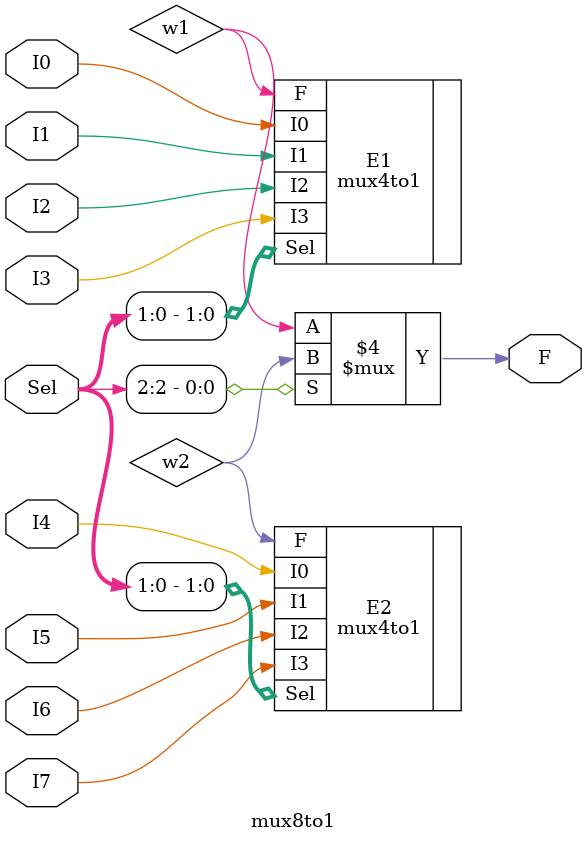
<source format=v>

module mux8to1 (
  input  I0, I1, I2, I3,
  input  I4, I5, I6, I7,
  input  [2:0] Sel,   
  output reg F
);

  wire w1, w2;

  mux4to1 E1 (
    .I0(I0), .I1(I1), .I2(I2), .I3(I3),
    .Sel(Sel[1:0]),
    .F(w1)
  );

  mux4to1 E2 (
    .I0(I4), .I1(I5), .I2(I6), .I3(I7),
    .Sel(Sel[1:0]),
    .F(w2)
  );

  always @(*) begin
    if (Sel[2] == 1'b0)
      F = w1;   
    else
      F = w2;   
  end

endmodule

</source>
